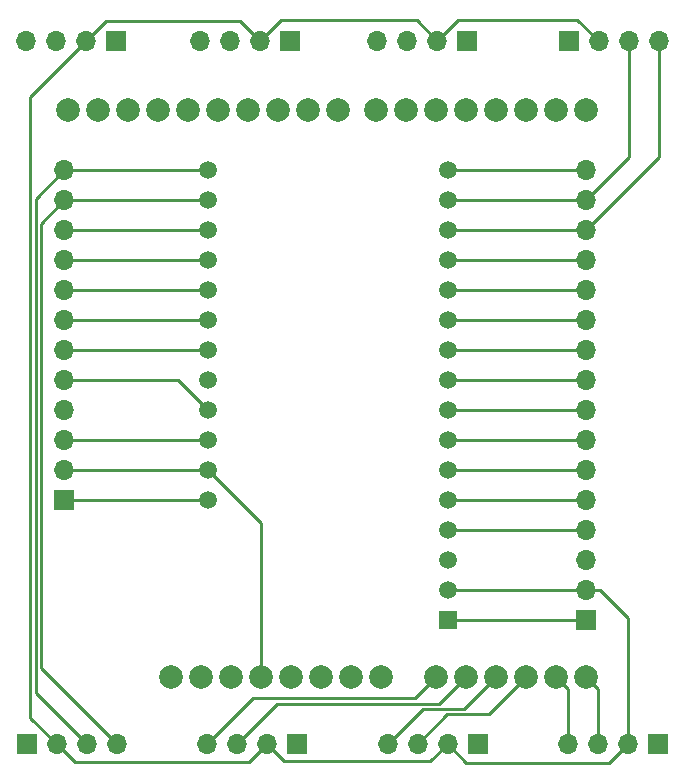
<source format=gbr>
G04 #@! TF.GenerationSoftware,KiCad,Pcbnew,5.1.5-52549c5~86~ubuntu18.04.1*
G04 #@! TF.CreationDate,2020-04-24T02:07:20+10:00*
G04 #@! TF.ProjectId,prac2,70726163-322e-46b6-9963-61645f706362,rev?*
G04 #@! TF.SameCoordinates,Original*
G04 #@! TF.FileFunction,Copper,L1,Top*
G04 #@! TF.FilePolarity,Positive*
%FSLAX46Y46*%
G04 Gerber Fmt 4.6, Leading zero omitted, Abs format (unit mm)*
G04 Created by KiCad (PCBNEW 5.1.5-52549c5~86~ubuntu18.04.1) date 2020-04-24 02:07:20*
%MOMM*%
%LPD*%
G04 APERTURE LIST*
%ADD10O,1.700000X1.700000*%
%ADD11R,1.700000X1.700000*%
%ADD12C,2.000000*%
%ADD13C,1.508000*%
%ADD14R,1.508000X1.508000*%
%ADD15C,0.250000*%
G04 APERTURE END LIST*
D10*
X72199500Y-57086500D03*
X74739500Y-57086500D03*
X77279500Y-57086500D03*
D11*
X79819500Y-57086500D03*
D12*
X72136000Y-62958000D03*
X77216000Y-62958000D03*
X87376000Y-62958000D03*
X84836000Y-62958000D03*
X74676000Y-62958000D03*
X79756000Y-62958000D03*
X82296000Y-62958000D03*
X89916000Y-62958000D03*
X51136000Y-62958000D03*
X56216000Y-62958000D03*
X46056000Y-62958000D03*
X66376000Y-62958000D03*
X48596000Y-62958000D03*
X63836000Y-62958000D03*
X53676000Y-62958000D03*
X58756000Y-62958000D03*
X61296000Y-62958000D03*
X68916000Y-62958000D03*
X62356000Y-110958000D03*
X57276000Y-110958000D03*
X64896000Y-110958000D03*
X54736000Y-110958000D03*
X69976000Y-110958000D03*
X72516000Y-110958000D03*
X67436000Y-110958000D03*
X59816000Y-110958000D03*
X77216000Y-110958000D03*
X79756000Y-110958000D03*
X82296000Y-110958000D03*
X84836000Y-110958000D03*
X87376000Y-110958000D03*
X89916000Y-110958000D03*
D13*
X57912000Y-68072000D03*
X57912000Y-70612000D03*
X57912000Y-73152000D03*
X57912000Y-75692000D03*
X57912000Y-78232000D03*
X57912000Y-80772000D03*
X57912000Y-83312000D03*
X57912000Y-85852000D03*
X57912000Y-88392000D03*
X57912000Y-90932000D03*
X57912000Y-93472000D03*
X57912000Y-96012000D03*
X78232000Y-68072000D03*
X78232000Y-70612000D03*
X78232000Y-73152000D03*
X78232000Y-75692000D03*
X78232000Y-78232000D03*
X78232000Y-80772000D03*
X78232000Y-83312000D03*
X78232000Y-85852000D03*
X78232000Y-88392000D03*
X78232000Y-90932000D03*
X78232000Y-93472000D03*
X78232000Y-96012000D03*
X78232000Y-98552000D03*
X78232000Y-101092000D03*
X78232000Y-103632000D03*
D14*
X78232000Y-106172000D03*
D10*
X42525000Y-57086500D03*
X45065000Y-57086500D03*
X47605000Y-57086500D03*
D11*
X50145000Y-57086500D03*
D10*
X57213500Y-57150000D03*
X59753500Y-57150000D03*
X62293500Y-57150000D03*
D11*
X64833500Y-57150000D03*
D10*
X57814000Y-116649500D03*
X60354000Y-116649500D03*
X62894000Y-116649500D03*
D11*
X65434000Y-116649500D03*
D10*
X45720000Y-68072000D03*
X45720000Y-70612000D03*
X45720000Y-73152000D03*
X45720000Y-75692000D03*
X45720000Y-78232000D03*
X45720000Y-80772000D03*
X45720000Y-83312000D03*
X45720000Y-85852000D03*
X45720000Y-88392000D03*
X45720000Y-90932000D03*
X45720000Y-93472000D03*
D11*
X45720000Y-96012000D03*
D10*
X89916000Y-68072000D03*
X89916000Y-70612000D03*
X89916000Y-73152000D03*
X89916000Y-75692000D03*
X89916000Y-78232000D03*
X89916000Y-80772000D03*
X89916000Y-83312000D03*
X89916000Y-85852000D03*
X89916000Y-88392000D03*
X89916000Y-90932000D03*
X89916000Y-93472000D03*
X89916000Y-96012000D03*
X89916000Y-98552000D03*
X89916000Y-101092000D03*
X89916000Y-103632000D03*
D11*
X89916000Y-106172000D03*
D10*
X50165000Y-116649500D03*
X47625000Y-116649500D03*
X45085000Y-116649500D03*
D11*
X42545000Y-116649500D03*
D10*
X96095500Y-57150000D03*
X93555500Y-57150000D03*
X91015500Y-57150000D03*
D11*
X88475500Y-57150000D03*
D10*
X88392000Y-116649500D03*
X90932000Y-116649500D03*
X93472000Y-116649500D03*
D11*
X96012000Y-116649500D03*
D10*
X73103000Y-116649500D03*
X75643000Y-116649500D03*
X78183000Y-116649500D03*
D11*
X80723000Y-116649500D03*
D15*
X79577980Y-113676020D02*
X81296001Y-111957999D01*
X76076480Y-113676020D02*
X79577980Y-113676020D01*
X81296001Y-111957999D02*
X82296000Y-110958000D01*
X73103000Y-116649500D02*
X76076480Y-113676020D01*
X83836001Y-111957999D02*
X84836000Y-110958000D01*
X81667970Y-114126030D02*
X83836001Y-111957999D01*
X78166470Y-114126030D02*
X81667970Y-114126030D01*
X75643000Y-116649500D02*
X78166470Y-114126030D01*
X45720000Y-93472000D02*
X57912000Y-93472000D01*
X78232000Y-103632000D02*
X89916000Y-103632000D01*
X91118081Y-103632000D02*
X93472000Y-105985919D01*
X93472000Y-115447419D02*
X93472000Y-116649500D01*
X93472000Y-105985919D02*
X93472000Y-115447419D01*
X89916000Y-103632000D02*
X91118081Y-103632000D01*
X93472000Y-116649500D02*
X91884500Y-118237000D01*
X79770500Y-118237000D02*
X78183000Y-116649500D01*
X91884500Y-118237000D02*
X79770500Y-118237000D01*
X78183000Y-116649500D02*
X76722500Y-118110000D01*
X64354500Y-118110000D02*
X62894000Y-116649500D01*
X76722500Y-118110000D02*
X64354500Y-118110000D01*
X62894000Y-116649500D02*
X61370000Y-118173500D01*
X46609000Y-118173500D02*
X45085000Y-116649500D01*
X61370000Y-118173500D02*
X46609000Y-118173500D01*
X62356000Y-97916000D02*
X57912000Y-93472000D01*
X62356000Y-110958000D02*
X62356000Y-97916000D01*
X91015500Y-57150000D02*
X89174000Y-55308500D01*
X79057500Y-55308500D02*
X77279500Y-57086500D01*
X89174000Y-55308500D02*
X79057500Y-55308500D01*
X77279500Y-57086500D02*
X75565000Y-55372000D01*
X64071500Y-55372000D02*
X62293500Y-57150000D01*
X75565000Y-55372000D02*
X64071500Y-55372000D01*
X62293500Y-57150000D02*
X60579000Y-55435500D01*
X49256000Y-55435500D02*
X47605000Y-57086500D01*
X60579000Y-55435500D02*
X49256000Y-55435500D01*
X42851480Y-61840020D02*
X47605000Y-57086500D01*
X45085000Y-116649500D02*
X42851480Y-114415980D01*
X42851480Y-114415980D02*
X42851480Y-61840020D01*
X89916000Y-98552000D02*
X78232000Y-98552000D01*
X88392000Y-111974000D02*
X88392000Y-116649500D01*
X87376000Y-110958000D02*
X88392000Y-111974000D01*
X90932000Y-111974000D02*
X90932000Y-116649500D01*
X89916000Y-110958000D02*
X90932000Y-111974000D01*
X78232000Y-73152000D02*
X89916000Y-73152000D01*
X96095500Y-66972500D02*
X89916000Y-73152000D01*
X96095500Y-57150000D02*
X96095500Y-66972500D01*
X89916000Y-70612000D02*
X78232000Y-70612000D01*
X93555500Y-66972500D02*
X89916000Y-70612000D01*
X93555500Y-57150000D02*
X93555500Y-66972500D01*
X57912000Y-70612000D02*
X45720000Y-70612000D01*
X50165000Y-116649500D02*
X43751500Y-110236000D01*
X43751500Y-72580500D02*
X45720000Y-70612000D01*
X43751500Y-110236000D02*
X43751500Y-72580500D01*
X45720000Y-68072000D02*
X57912000Y-68072000D01*
X47625000Y-116649500D02*
X43301490Y-112325990D01*
X43301490Y-70490510D02*
X45720000Y-68072000D01*
X43301490Y-112325990D02*
X43301490Y-70490510D01*
X78232000Y-68072000D02*
X89916000Y-68072000D01*
X78232000Y-75692000D02*
X89916000Y-75692000D01*
X78232000Y-78232000D02*
X89916000Y-78232000D01*
X78232000Y-80772000D02*
X89916000Y-80772000D01*
X78232000Y-83312000D02*
X89916000Y-83312000D01*
X79298317Y-85852000D02*
X89916000Y-85852000D01*
X78232000Y-85852000D02*
X79298317Y-85852000D01*
X78232000Y-88392000D02*
X89916000Y-88392000D01*
X79298317Y-90932000D02*
X89916000Y-90932000D01*
X78232000Y-90932000D02*
X79298317Y-90932000D01*
X89916000Y-93472000D02*
X78232000Y-93472000D01*
X78232000Y-96012000D02*
X89916000Y-96012000D01*
X78232000Y-106172000D02*
X89916000Y-106172000D01*
X46922081Y-73152000D02*
X57912000Y-73152000D01*
X45720000Y-73152000D02*
X46922081Y-73152000D01*
X57912000Y-75692000D02*
X45720000Y-75692000D01*
X46922081Y-78232000D02*
X57912000Y-78232000D01*
X45720000Y-78232000D02*
X46922081Y-78232000D01*
X57912000Y-80772000D02*
X45720000Y-80772000D01*
X45720000Y-83312000D02*
X57912000Y-83312000D01*
X55372000Y-85852000D02*
X57912000Y-88392000D01*
X45720000Y-85852000D02*
X55372000Y-85852000D01*
X45720000Y-90932000D02*
X57912000Y-90932000D01*
X57912000Y-96012000D02*
X45720000Y-96012000D01*
X57814000Y-116649500D02*
X61687500Y-112776000D01*
X75398000Y-112776000D02*
X77216000Y-110958000D01*
X61687500Y-112776000D02*
X75398000Y-112776000D01*
X60354000Y-116649500D02*
X63777490Y-113226010D01*
X77487990Y-113226010D02*
X79756000Y-110958000D01*
X63777490Y-113226010D02*
X77487990Y-113226010D01*
M02*

</source>
